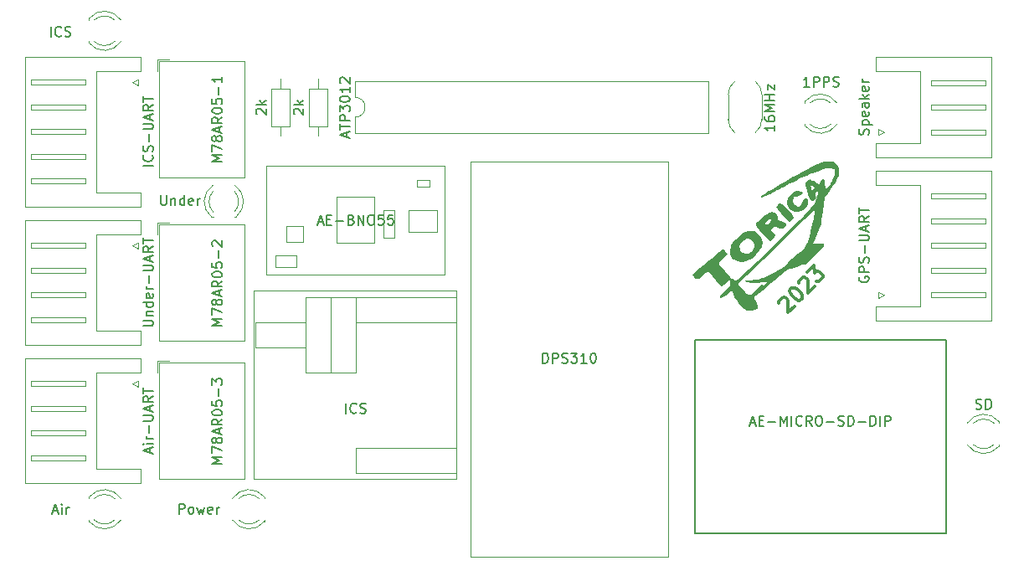
<source format=gbr>
%TF.GenerationSoftware,KiCad,Pcbnew,(6.0.7)*%
%TF.CreationDate,2023-03-01T01:07:27+09:00*%
%TF.ProjectId,PCB_Main,5043425f-4d61-4696-9e2e-6b696361645f,rev?*%
%TF.SameCoordinates,Original*%
%TF.FileFunction,Legend,Top*%
%TF.FilePolarity,Positive*%
%FSLAX46Y46*%
G04 Gerber Fmt 4.6, Leading zero omitted, Abs format (unit mm)*
G04 Created by KiCad (PCBNEW (6.0.7)) date 2023-03-01 01:07:27*
%MOMM*%
%LPD*%
G01*
G04 APERTURE LIST*
%ADD10C,0.300000*%
%ADD11C,0.150000*%
%ADD12C,0.120000*%
%ADD13C,0.200000*%
G04 APERTURE END LIST*
D10*
X177076902Y-76573452D02*
X177076902Y-76472436D01*
X177127410Y-76320913D01*
X177379948Y-76068375D01*
X177531471Y-76017868D01*
X177632486Y-76017868D01*
X177784009Y-76068375D01*
X177885024Y-76169391D01*
X177986040Y-76371421D01*
X177986040Y-77583604D01*
X178642639Y-76927005D01*
X178238578Y-75209746D02*
X178339593Y-75108730D01*
X178491116Y-75058223D01*
X178592131Y-75058223D01*
X178743654Y-75108730D01*
X178996192Y-75260253D01*
X179248730Y-75512791D01*
X179400253Y-75765330D01*
X179450761Y-75916852D01*
X179450761Y-76017868D01*
X179400253Y-76169391D01*
X179299238Y-76270406D01*
X179147715Y-76320913D01*
X179046700Y-76320913D01*
X178895177Y-76270406D01*
X178642639Y-76118883D01*
X178390101Y-75866345D01*
X178238578Y-75613807D01*
X178188070Y-75462284D01*
X178188070Y-75361269D01*
X178238578Y-75209746D01*
X179097208Y-74553147D02*
X179097208Y-74452131D01*
X179147715Y-74300608D01*
X179400253Y-74048070D01*
X179551776Y-73997563D01*
X179652791Y-73997563D01*
X179804314Y-74048070D01*
X179905330Y-74149086D01*
X180006345Y-74351116D01*
X180006345Y-75563299D01*
X180662944Y-74906700D01*
X179955837Y-73492486D02*
X180612436Y-72835887D01*
X180662944Y-73593502D01*
X180814467Y-73441979D01*
X180965990Y-73391471D01*
X181067005Y-73391471D01*
X181218528Y-73441979D01*
X181471066Y-73694517D01*
X181521574Y-73846040D01*
X181521574Y-73947055D01*
X181471066Y-74098578D01*
X181168020Y-74401624D01*
X181016497Y-74452131D01*
X180915482Y-74452131D01*
D11*
%TO.C,Under1*%
X114581428Y-65705893D02*
X114581428Y-66515417D01*
X114629047Y-66610655D01*
X114676666Y-66658274D01*
X114771904Y-66705893D01*
X114962380Y-66705893D01*
X115057619Y-66658274D01*
X115105238Y-66610655D01*
X115152857Y-66515417D01*
X115152857Y-65705893D01*
X115629047Y-66039227D02*
X115629047Y-66705893D01*
X115629047Y-66134465D02*
X115676666Y-66086846D01*
X115771904Y-66039227D01*
X115914761Y-66039227D01*
X116010000Y-66086846D01*
X116057619Y-66182084D01*
X116057619Y-66705893D01*
X116962380Y-66705893D02*
X116962380Y-65705893D01*
X116962380Y-66658274D02*
X116867142Y-66705893D01*
X116676666Y-66705893D01*
X116581428Y-66658274D01*
X116533809Y-66610655D01*
X116486190Y-66515417D01*
X116486190Y-66229703D01*
X116533809Y-66134465D01*
X116581428Y-66086846D01*
X116676666Y-66039227D01*
X116867142Y-66039227D01*
X116962380Y-66086846D01*
X117819523Y-66658274D02*
X117724285Y-66705893D01*
X117533809Y-66705893D01*
X117438571Y-66658274D01*
X117390952Y-66563036D01*
X117390952Y-66182084D01*
X117438571Y-66086846D01*
X117533809Y-66039227D01*
X117724285Y-66039227D01*
X117819523Y-66086846D01*
X117867142Y-66182084D01*
X117867142Y-66277322D01*
X117390952Y-66372560D01*
X118295714Y-66705893D02*
X118295714Y-66039227D01*
X118295714Y-66229703D02*
X118343333Y-66134465D01*
X118390952Y-66086846D01*
X118486190Y-66039227D01*
X118581428Y-66039227D01*
%TO.C,GPS-UART1*%
X185225000Y-73956666D02*
X185177380Y-74051904D01*
X185177380Y-74194761D01*
X185225000Y-74337619D01*
X185320238Y-74432857D01*
X185415476Y-74480476D01*
X185605952Y-74528095D01*
X185748809Y-74528095D01*
X185939285Y-74480476D01*
X186034523Y-74432857D01*
X186129761Y-74337619D01*
X186177380Y-74194761D01*
X186177380Y-74099523D01*
X186129761Y-73956666D01*
X186082142Y-73909047D01*
X185748809Y-73909047D01*
X185748809Y-74099523D01*
X186177380Y-73480476D02*
X185177380Y-73480476D01*
X185177380Y-73099523D01*
X185225000Y-73004285D01*
X185272619Y-72956666D01*
X185367857Y-72909047D01*
X185510714Y-72909047D01*
X185605952Y-72956666D01*
X185653571Y-73004285D01*
X185701190Y-73099523D01*
X185701190Y-73480476D01*
X186129761Y-72528095D02*
X186177380Y-72385238D01*
X186177380Y-72147142D01*
X186129761Y-72051904D01*
X186082142Y-72004285D01*
X185986904Y-71956666D01*
X185891666Y-71956666D01*
X185796428Y-72004285D01*
X185748809Y-72051904D01*
X185701190Y-72147142D01*
X185653571Y-72337619D01*
X185605952Y-72432857D01*
X185558333Y-72480476D01*
X185463095Y-72528095D01*
X185367857Y-72528095D01*
X185272619Y-72480476D01*
X185225000Y-72432857D01*
X185177380Y-72337619D01*
X185177380Y-72099523D01*
X185225000Y-71956666D01*
X185796428Y-71528095D02*
X185796428Y-70766190D01*
X185177380Y-70290000D02*
X185986904Y-70290000D01*
X186082142Y-70242380D01*
X186129761Y-70194761D01*
X186177380Y-70099523D01*
X186177380Y-69909047D01*
X186129761Y-69813809D01*
X186082142Y-69766190D01*
X185986904Y-69718571D01*
X185177380Y-69718571D01*
X185891666Y-69290000D02*
X185891666Y-68813809D01*
X186177380Y-69385238D02*
X185177380Y-69051904D01*
X186177380Y-68718571D01*
X186177380Y-67813809D02*
X185701190Y-68147142D01*
X186177380Y-68385238D02*
X185177380Y-68385238D01*
X185177380Y-68004285D01*
X185225000Y-67909047D01*
X185272619Y-67861428D01*
X185367857Y-67813809D01*
X185510714Y-67813809D01*
X185605952Y-67861428D01*
X185653571Y-67909047D01*
X185701190Y-68004285D01*
X185701190Y-68385238D01*
X185177380Y-67528095D02*
X185177380Y-66956666D01*
X186177380Y-67242380D02*
X185177380Y-67242380D01*
%TO.C,Power1*%
X116438809Y-97912380D02*
X116438809Y-96912380D01*
X116819761Y-96912380D01*
X116915000Y-96960000D01*
X116962619Y-97007619D01*
X117010238Y-97102857D01*
X117010238Y-97245714D01*
X116962619Y-97340952D01*
X116915000Y-97388571D01*
X116819761Y-97436190D01*
X116438809Y-97436190D01*
X117581666Y-97912380D02*
X117486428Y-97864761D01*
X117438809Y-97817142D01*
X117391190Y-97721904D01*
X117391190Y-97436190D01*
X117438809Y-97340952D01*
X117486428Y-97293333D01*
X117581666Y-97245714D01*
X117724523Y-97245714D01*
X117819761Y-97293333D01*
X117867380Y-97340952D01*
X117915000Y-97436190D01*
X117915000Y-97721904D01*
X117867380Y-97817142D01*
X117819761Y-97864761D01*
X117724523Y-97912380D01*
X117581666Y-97912380D01*
X118248333Y-97245714D02*
X118438809Y-97912380D01*
X118629285Y-97436190D01*
X118819761Y-97912380D01*
X119010238Y-97245714D01*
X119772142Y-97864761D02*
X119676904Y-97912380D01*
X119486428Y-97912380D01*
X119391190Y-97864761D01*
X119343571Y-97769523D01*
X119343571Y-97388571D01*
X119391190Y-97293333D01*
X119486428Y-97245714D01*
X119676904Y-97245714D01*
X119772142Y-97293333D01*
X119819761Y-97388571D01*
X119819761Y-97483809D01*
X119343571Y-97579047D01*
X120248333Y-97912380D02*
X120248333Y-97245714D01*
X120248333Y-97436190D02*
X120295952Y-97340952D01*
X120343571Y-97293333D01*
X120438809Y-97245714D01*
X120534047Y-97245714D01*
%TO.C,SD1*%
X197009285Y-87284761D02*
X197152142Y-87332380D01*
X197390238Y-87332380D01*
X197485476Y-87284761D01*
X197533095Y-87237142D01*
X197580714Y-87141904D01*
X197580714Y-87046666D01*
X197533095Y-86951428D01*
X197485476Y-86903809D01*
X197390238Y-86856190D01*
X197199761Y-86808571D01*
X197104523Y-86760952D01*
X197056904Y-86713333D01*
X197009285Y-86618095D01*
X197009285Y-86522857D01*
X197056904Y-86427619D01*
X197104523Y-86380000D01*
X197199761Y-86332380D01*
X197437857Y-86332380D01*
X197580714Y-86380000D01*
X198009285Y-87332380D02*
X198009285Y-86332380D01*
X198247380Y-86332380D01*
X198390238Y-86380000D01*
X198485476Y-86475238D01*
X198533095Y-86570476D01*
X198580714Y-86760952D01*
X198580714Y-86903809D01*
X198533095Y-87094285D01*
X198485476Y-87189523D01*
X198390238Y-87284761D01*
X198247380Y-87332380D01*
X198009285Y-87332380D01*
%TO.C,ATP3012*%
X133406666Y-59833809D02*
X133406666Y-59357619D01*
X133692380Y-59929047D02*
X132692380Y-59595714D01*
X133692380Y-59262380D01*
X132692380Y-59071904D02*
X132692380Y-58500476D01*
X133692380Y-58786190D02*
X132692380Y-58786190D01*
X133692380Y-58167142D02*
X132692380Y-58167142D01*
X132692380Y-57786190D01*
X132740000Y-57690952D01*
X132787619Y-57643333D01*
X132882857Y-57595714D01*
X133025714Y-57595714D01*
X133120952Y-57643333D01*
X133168571Y-57690952D01*
X133216190Y-57786190D01*
X133216190Y-58167142D01*
X132692380Y-57262380D02*
X132692380Y-56643333D01*
X133073333Y-56976666D01*
X133073333Y-56833809D01*
X133120952Y-56738571D01*
X133168571Y-56690952D01*
X133263809Y-56643333D01*
X133501904Y-56643333D01*
X133597142Y-56690952D01*
X133644761Y-56738571D01*
X133692380Y-56833809D01*
X133692380Y-57119523D01*
X133644761Y-57214761D01*
X133597142Y-57262380D01*
X132692380Y-56024285D02*
X132692380Y-55929047D01*
X132740000Y-55833809D01*
X132787619Y-55786190D01*
X132882857Y-55738571D01*
X133073333Y-55690952D01*
X133311428Y-55690952D01*
X133501904Y-55738571D01*
X133597142Y-55786190D01*
X133644761Y-55833809D01*
X133692380Y-55929047D01*
X133692380Y-56024285D01*
X133644761Y-56119523D01*
X133597142Y-56167142D01*
X133501904Y-56214761D01*
X133311428Y-56262380D01*
X133073333Y-56262380D01*
X132882857Y-56214761D01*
X132787619Y-56167142D01*
X132740000Y-56119523D01*
X132692380Y-56024285D01*
X133692380Y-54738571D02*
X133692380Y-55310000D01*
X133692380Y-55024285D02*
X132692380Y-55024285D01*
X132835238Y-55119523D01*
X132930476Y-55214761D01*
X132978095Y-55310000D01*
X132787619Y-54357619D02*
X132740000Y-54310000D01*
X132692380Y-54214761D01*
X132692380Y-53976666D01*
X132740000Y-53881428D01*
X132787619Y-53833809D01*
X132882857Y-53786190D01*
X132978095Y-53786190D01*
X133120952Y-53833809D01*
X133692380Y-54405238D01*
X133692380Y-53786190D01*
%TO.C,M78AR05-2*%
X120772380Y-78861904D02*
X119772380Y-78861904D01*
X120486666Y-78528571D01*
X119772380Y-78195238D01*
X120772380Y-78195238D01*
X119772380Y-77814285D02*
X119772380Y-77147619D01*
X120772380Y-77576190D01*
X120200952Y-76623809D02*
X120153333Y-76719047D01*
X120105714Y-76766666D01*
X120010476Y-76814285D01*
X119962857Y-76814285D01*
X119867619Y-76766666D01*
X119820000Y-76719047D01*
X119772380Y-76623809D01*
X119772380Y-76433333D01*
X119820000Y-76338095D01*
X119867619Y-76290476D01*
X119962857Y-76242857D01*
X120010476Y-76242857D01*
X120105714Y-76290476D01*
X120153333Y-76338095D01*
X120200952Y-76433333D01*
X120200952Y-76623809D01*
X120248571Y-76719047D01*
X120296190Y-76766666D01*
X120391428Y-76814285D01*
X120581904Y-76814285D01*
X120677142Y-76766666D01*
X120724761Y-76719047D01*
X120772380Y-76623809D01*
X120772380Y-76433333D01*
X120724761Y-76338095D01*
X120677142Y-76290476D01*
X120581904Y-76242857D01*
X120391428Y-76242857D01*
X120296190Y-76290476D01*
X120248571Y-76338095D01*
X120200952Y-76433333D01*
X120486666Y-75861904D02*
X120486666Y-75385714D01*
X120772380Y-75957142D02*
X119772380Y-75623809D01*
X120772380Y-75290476D01*
X120772380Y-74385714D02*
X120296190Y-74719047D01*
X120772380Y-74957142D02*
X119772380Y-74957142D01*
X119772380Y-74576190D01*
X119820000Y-74480952D01*
X119867619Y-74433333D01*
X119962857Y-74385714D01*
X120105714Y-74385714D01*
X120200952Y-74433333D01*
X120248571Y-74480952D01*
X120296190Y-74576190D01*
X120296190Y-74957142D01*
X119772380Y-73766666D02*
X119772380Y-73671428D01*
X119820000Y-73576190D01*
X119867619Y-73528571D01*
X119962857Y-73480952D01*
X120153333Y-73433333D01*
X120391428Y-73433333D01*
X120581904Y-73480952D01*
X120677142Y-73528571D01*
X120724761Y-73576190D01*
X120772380Y-73671428D01*
X120772380Y-73766666D01*
X120724761Y-73861904D01*
X120677142Y-73909523D01*
X120581904Y-73957142D01*
X120391428Y-74004761D01*
X120153333Y-74004761D01*
X119962857Y-73957142D01*
X119867619Y-73909523D01*
X119820000Y-73861904D01*
X119772380Y-73766666D01*
X119772380Y-72528571D02*
X119772380Y-73004761D01*
X120248571Y-73052380D01*
X120200952Y-73004761D01*
X120153333Y-72909523D01*
X120153333Y-72671428D01*
X120200952Y-72576190D01*
X120248571Y-72528571D01*
X120343809Y-72480952D01*
X120581904Y-72480952D01*
X120677142Y-72528571D01*
X120724761Y-72576190D01*
X120772380Y-72671428D01*
X120772380Y-72909523D01*
X120724761Y-73004761D01*
X120677142Y-73052380D01*
X120391428Y-72052380D02*
X120391428Y-71290476D01*
X119867619Y-70861904D02*
X119820000Y-70814285D01*
X119772380Y-70719047D01*
X119772380Y-70480952D01*
X119820000Y-70385714D01*
X119867619Y-70338095D01*
X119962857Y-70290476D01*
X120058095Y-70290476D01*
X120200952Y-70338095D01*
X120772380Y-70909523D01*
X120772380Y-70290476D01*
%TO.C,1PPS1*%
X180181010Y-54732380D02*
X179609582Y-54732380D01*
X179895296Y-54732380D02*
X179895296Y-53732380D01*
X179800058Y-53875238D01*
X179704820Y-53970476D01*
X179609582Y-54018095D01*
X180609582Y-54732380D02*
X180609582Y-53732380D01*
X180990534Y-53732380D01*
X181085772Y-53780000D01*
X181133391Y-53827619D01*
X181181010Y-53922857D01*
X181181010Y-54065714D01*
X181133391Y-54160952D01*
X181085772Y-54208571D01*
X180990534Y-54256190D01*
X180609582Y-54256190D01*
X181609582Y-54732380D02*
X181609582Y-53732380D01*
X181990534Y-53732380D01*
X182085772Y-53780000D01*
X182133391Y-53827619D01*
X182181010Y-53922857D01*
X182181010Y-54065714D01*
X182133391Y-54160952D01*
X182085772Y-54208571D01*
X181990534Y-54256190D01*
X181609582Y-54256190D01*
X182561963Y-54684761D02*
X182704820Y-54732380D01*
X182942915Y-54732380D01*
X183038153Y-54684761D01*
X183085772Y-54637142D01*
X183133391Y-54541904D01*
X183133391Y-54446666D01*
X183085772Y-54351428D01*
X183038153Y-54303809D01*
X182942915Y-54256190D01*
X182752439Y-54208571D01*
X182657201Y-54160952D01*
X182609582Y-54113333D01*
X182561963Y-54018095D01*
X182561963Y-53922857D01*
X182609582Y-53827619D01*
X182657201Y-53780000D01*
X182752439Y-53732380D01*
X182990534Y-53732380D01*
X183133391Y-53780000D01*
%TO.C,ICS-UART1*%
X113787380Y-62708571D02*
X112787380Y-62708571D01*
X113692142Y-61660952D02*
X113739761Y-61708571D01*
X113787380Y-61851428D01*
X113787380Y-61946666D01*
X113739761Y-62089523D01*
X113644523Y-62184761D01*
X113549285Y-62232380D01*
X113358809Y-62280000D01*
X113215952Y-62280000D01*
X113025476Y-62232380D01*
X112930238Y-62184761D01*
X112835000Y-62089523D01*
X112787380Y-61946666D01*
X112787380Y-61851428D01*
X112835000Y-61708571D01*
X112882619Y-61660952D01*
X113739761Y-61280000D02*
X113787380Y-61137142D01*
X113787380Y-60899047D01*
X113739761Y-60803809D01*
X113692142Y-60756190D01*
X113596904Y-60708571D01*
X113501666Y-60708571D01*
X113406428Y-60756190D01*
X113358809Y-60803809D01*
X113311190Y-60899047D01*
X113263571Y-61089523D01*
X113215952Y-61184761D01*
X113168333Y-61232380D01*
X113073095Y-61280000D01*
X112977857Y-61280000D01*
X112882619Y-61232380D01*
X112835000Y-61184761D01*
X112787380Y-61089523D01*
X112787380Y-60851428D01*
X112835000Y-60708571D01*
X113406428Y-60280000D02*
X113406428Y-59518095D01*
X112787380Y-59041904D02*
X113596904Y-59041904D01*
X113692142Y-58994285D01*
X113739761Y-58946666D01*
X113787380Y-58851428D01*
X113787380Y-58660952D01*
X113739761Y-58565714D01*
X113692142Y-58518095D01*
X113596904Y-58470476D01*
X112787380Y-58470476D01*
X113501666Y-58041904D02*
X113501666Y-57565714D01*
X113787380Y-58137142D02*
X112787380Y-57803809D01*
X113787380Y-57470476D01*
X113787380Y-56565714D02*
X113311190Y-56899047D01*
X113787380Y-57137142D02*
X112787380Y-57137142D01*
X112787380Y-56756190D01*
X112835000Y-56660952D01*
X112882619Y-56613333D01*
X112977857Y-56565714D01*
X113120714Y-56565714D01*
X113215952Y-56613333D01*
X113263571Y-56660952D01*
X113311190Y-56756190D01*
X113311190Y-57137142D01*
X112787380Y-56280000D02*
X112787380Y-55708571D01*
X113787380Y-55994285D02*
X112787380Y-55994285D01*
%TO.C,R2*%
X124312619Y-57510476D02*
X124265000Y-57462857D01*
X124217380Y-57367619D01*
X124217380Y-57129523D01*
X124265000Y-57034285D01*
X124312619Y-56986666D01*
X124407857Y-56939047D01*
X124503095Y-56939047D01*
X124645952Y-56986666D01*
X125217380Y-57558095D01*
X125217380Y-56939047D01*
X125217380Y-56510476D02*
X124217380Y-56510476D01*
X124836428Y-56415238D02*
X125217380Y-56129523D01*
X124550714Y-56129523D02*
X124931666Y-56510476D01*
%TO.C,Under-UART1*%
X112787380Y-78920952D02*
X113596904Y-78920952D01*
X113692142Y-78873333D01*
X113739761Y-78825714D01*
X113787380Y-78730476D01*
X113787380Y-78540000D01*
X113739761Y-78444761D01*
X113692142Y-78397142D01*
X113596904Y-78349523D01*
X112787380Y-78349523D01*
X113120714Y-77873333D02*
X113787380Y-77873333D01*
X113215952Y-77873333D02*
X113168333Y-77825714D01*
X113120714Y-77730476D01*
X113120714Y-77587619D01*
X113168333Y-77492380D01*
X113263571Y-77444761D01*
X113787380Y-77444761D01*
X113787380Y-76540000D02*
X112787380Y-76540000D01*
X113739761Y-76540000D02*
X113787380Y-76635238D01*
X113787380Y-76825714D01*
X113739761Y-76920952D01*
X113692142Y-76968571D01*
X113596904Y-77016190D01*
X113311190Y-77016190D01*
X113215952Y-76968571D01*
X113168333Y-76920952D01*
X113120714Y-76825714D01*
X113120714Y-76635238D01*
X113168333Y-76540000D01*
X113739761Y-75682857D02*
X113787380Y-75778095D01*
X113787380Y-75968571D01*
X113739761Y-76063809D01*
X113644523Y-76111428D01*
X113263571Y-76111428D01*
X113168333Y-76063809D01*
X113120714Y-75968571D01*
X113120714Y-75778095D01*
X113168333Y-75682857D01*
X113263571Y-75635238D01*
X113358809Y-75635238D01*
X113454047Y-76111428D01*
X113787380Y-75206666D02*
X113120714Y-75206666D01*
X113311190Y-75206666D02*
X113215952Y-75159047D01*
X113168333Y-75111428D01*
X113120714Y-75016190D01*
X113120714Y-74920952D01*
X113406428Y-74587619D02*
X113406428Y-73825714D01*
X112787380Y-73349523D02*
X113596904Y-73349523D01*
X113692142Y-73301904D01*
X113739761Y-73254285D01*
X113787380Y-73159047D01*
X113787380Y-72968571D01*
X113739761Y-72873333D01*
X113692142Y-72825714D01*
X113596904Y-72778095D01*
X112787380Y-72778095D01*
X113501666Y-72349523D02*
X113501666Y-71873333D01*
X113787380Y-72444761D02*
X112787380Y-72111428D01*
X113787380Y-71778095D01*
X113787380Y-70873333D02*
X113311190Y-71206666D01*
X113787380Y-71444761D02*
X112787380Y-71444761D01*
X112787380Y-71063809D01*
X112835000Y-70968571D01*
X112882619Y-70920952D01*
X112977857Y-70873333D01*
X113120714Y-70873333D01*
X113215952Y-70920952D01*
X113263571Y-70968571D01*
X113311190Y-71063809D01*
X113311190Y-71444761D01*
X112787380Y-70587619D02*
X112787380Y-70016190D01*
X113787380Y-70301904D02*
X112787380Y-70301904D01*
%TO.C,AE-MICRO-SD-DIP1*%
X174184761Y-88736666D02*
X174660952Y-88736666D01*
X174089523Y-89022380D02*
X174422857Y-88022380D01*
X174756190Y-89022380D01*
X175089523Y-88498571D02*
X175422857Y-88498571D01*
X175565714Y-89022380D02*
X175089523Y-89022380D01*
X175089523Y-88022380D01*
X175565714Y-88022380D01*
X175994285Y-88641428D02*
X176756190Y-88641428D01*
X177232380Y-89022380D02*
X177232380Y-88022380D01*
X177565714Y-88736666D01*
X177899047Y-88022380D01*
X177899047Y-89022380D01*
X178375238Y-89022380D02*
X178375238Y-88022380D01*
X179422857Y-88927142D02*
X179375238Y-88974761D01*
X179232380Y-89022380D01*
X179137142Y-89022380D01*
X178994285Y-88974761D01*
X178899047Y-88879523D01*
X178851428Y-88784285D01*
X178803809Y-88593809D01*
X178803809Y-88450952D01*
X178851428Y-88260476D01*
X178899047Y-88165238D01*
X178994285Y-88070000D01*
X179137142Y-88022380D01*
X179232380Y-88022380D01*
X179375238Y-88070000D01*
X179422857Y-88117619D01*
X180422857Y-89022380D02*
X180089523Y-88546190D01*
X179851428Y-89022380D02*
X179851428Y-88022380D01*
X180232380Y-88022380D01*
X180327619Y-88070000D01*
X180375238Y-88117619D01*
X180422857Y-88212857D01*
X180422857Y-88355714D01*
X180375238Y-88450952D01*
X180327619Y-88498571D01*
X180232380Y-88546190D01*
X179851428Y-88546190D01*
X181041904Y-88022380D02*
X181232380Y-88022380D01*
X181327619Y-88070000D01*
X181422857Y-88165238D01*
X181470476Y-88355714D01*
X181470476Y-88689047D01*
X181422857Y-88879523D01*
X181327619Y-88974761D01*
X181232380Y-89022380D01*
X181041904Y-89022380D01*
X180946666Y-88974761D01*
X180851428Y-88879523D01*
X180803809Y-88689047D01*
X180803809Y-88355714D01*
X180851428Y-88165238D01*
X180946666Y-88070000D01*
X181041904Y-88022380D01*
X181899047Y-88641428D02*
X182660952Y-88641428D01*
X183089523Y-88974761D02*
X183232380Y-89022380D01*
X183470476Y-89022380D01*
X183565714Y-88974761D01*
X183613333Y-88927142D01*
X183660952Y-88831904D01*
X183660952Y-88736666D01*
X183613333Y-88641428D01*
X183565714Y-88593809D01*
X183470476Y-88546190D01*
X183280000Y-88498571D01*
X183184761Y-88450952D01*
X183137142Y-88403333D01*
X183089523Y-88308095D01*
X183089523Y-88212857D01*
X183137142Y-88117619D01*
X183184761Y-88070000D01*
X183280000Y-88022380D01*
X183518095Y-88022380D01*
X183660952Y-88070000D01*
X184089523Y-89022380D02*
X184089523Y-88022380D01*
X184327619Y-88022380D01*
X184470476Y-88070000D01*
X184565714Y-88165238D01*
X184613333Y-88260476D01*
X184660952Y-88450952D01*
X184660952Y-88593809D01*
X184613333Y-88784285D01*
X184565714Y-88879523D01*
X184470476Y-88974761D01*
X184327619Y-89022380D01*
X184089523Y-89022380D01*
X185089523Y-88641428D02*
X185851428Y-88641428D01*
X186327619Y-89022380D02*
X186327619Y-88022380D01*
X186565714Y-88022380D01*
X186708571Y-88070000D01*
X186803809Y-88165238D01*
X186851428Y-88260476D01*
X186899047Y-88450952D01*
X186899047Y-88593809D01*
X186851428Y-88784285D01*
X186803809Y-88879523D01*
X186708571Y-88974761D01*
X186565714Y-89022380D01*
X186327619Y-89022380D01*
X187327619Y-89022380D02*
X187327619Y-88022380D01*
X187803809Y-89022380D02*
X187803809Y-88022380D01*
X188184761Y-88022380D01*
X188280000Y-88070000D01*
X188327619Y-88117619D01*
X188375238Y-88212857D01*
X188375238Y-88355714D01*
X188327619Y-88450952D01*
X188280000Y-88498571D01*
X188184761Y-88546190D01*
X187803809Y-88546190D01*
%TO.C,ICS-board1*%
X133313809Y-87752380D02*
X133313809Y-86752380D01*
X134361428Y-87657142D02*
X134313809Y-87704761D01*
X134170952Y-87752380D01*
X134075714Y-87752380D01*
X133932857Y-87704761D01*
X133837619Y-87609523D01*
X133790000Y-87514285D01*
X133742380Y-87323809D01*
X133742380Y-87180952D01*
X133790000Y-86990476D01*
X133837619Y-86895238D01*
X133932857Y-86800000D01*
X134075714Y-86752380D01*
X134170952Y-86752380D01*
X134313809Y-86800000D01*
X134361428Y-86847619D01*
X134742380Y-87704761D02*
X134885238Y-87752380D01*
X135123333Y-87752380D01*
X135218571Y-87704761D01*
X135266190Y-87657142D01*
X135313809Y-87561904D01*
X135313809Y-87466666D01*
X135266190Y-87371428D01*
X135218571Y-87323809D01*
X135123333Y-87276190D01*
X134932857Y-87228571D01*
X134837619Y-87180952D01*
X134790000Y-87133333D01*
X134742380Y-87038095D01*
X134742380Y-86942857D01*
X134790000Y-86847619D01*
X134837619Y-86800000D01*
X134932857Y-86752380D01*
X135170952Y-86752380D01*
X135313809Y-86800000D01*
%TO.C,Air-UART1*%
X113501666Y-91748095D02*
X113501666Y-91271904D01*
X113787380Y-91843333D02*
X112787380Y-91510000D01*
X113787380Y-91176666D01*
X113787380Y-90843333D02*
X113120714Y-90843333D01*
X112787380Y-90843333D02*
X112835000Y-90890952D01*
X112882619Y-90843333D01*
X112835000Y-90795714D01*
X112787380Y-90843333D01*
X112882619Y-90843333D01*
X113787380Y-90367142D02*
X113120714Y-90367142D01*
X113311190Y-90367142D02*
X113215952Y-90319523D01*
X113168333Y-90271904D01*
X113120714Y-90176666D01*
X113120714Y-90081428D01*
X113406428Y-89748095D02*
X113406428Y-88986190D01*
X112787380Y-88510000D02*
X113596904Y-88510000D01*
X113692142Y-88462380D01*
X113739761Y-88414761D01*
X113787380Y-88319523D01*
X113787380Y-88129047D01*
X113739761Y-88033809D01*
X113692142Y-87986190D01*
X113596904Y-87938571D01*
X112787380Y-87938571D01*
X113501666Y-87510000D02*
X113501666Y-87033809D01*
X113787380Y-87605238D02*
X112787380Y-87271904D01*
X113787380Y-86938571D01*
X113787380Y-86033809D02*
X113311190Y-86367142D01*
X113787380Y-86605238D02*
X112787380Y-86605238D01*
X112787380Y-86224285D01*
X112835000Y-86129047D01*
X112882619Y-86081428D01*
X112977857Y-86033809D01*
X113120714Y-86033809D01*
X113215952Y-86081428D01*
X113263571Y-86129047D01*
X113311190Y-86224285D01*
X113311190Y-86605238D01*
X112787380Y-85748095D02*
X112787380Y-85176666D01*
X113787380Y-85462380D02*
X112787380Y-85462380D01*
%TO.C,R1*%
X128107619Y-57510476D02*
X128060000Y-57462857D01*
X128012380Y-57367619D01*
X128012380Y-57129523D01*
X128060000Y-57034285D01*
X128107619Y-56986666D01*
X128202857Y-56939047D01*
X128298095Y-56939047D01*
X128440952Y-56986666D01*
X129012380Y-57558095D01*
X129012380Y-56939047D01*
X129012380Y-56510476D02*
X128012380Y-56510476D01*
X128631428Y-56415238D02*
X129012380Y-56129523D01*
X128345714Y-56129523D02*
X128726666Y-56510476D01*
%TO.C,Y1*%
X176652380Y-58629523D02*
X176652380Y-59200952D01*
X176652380Y-58915238D02*
X175652380Y-58915238D01*
X175795238Y-59010476D01*
X175890476Y-59105714D01*
X175938095Y-59200952D01*
X175652380Y-57772380D02*
X175652380Y-57962857D01*
X175700000Y-58058095D01*
X175747619Y-58105714D01*
X175890476Y-58200952D01*
X176080952Y-58248571D01*
X176461904Y-58248571D01*
X176557142Y-58200952D01*
X176604761Y-58153333D01*
X176652380Y-58058095D01*
X176652380Y-57867619D01*
X176604761Y-57772380D01*
X176557142Y-57724761D01*
X176461904Y-57677142D01*
X176223809Y-57677142D01*
X176128571Y-57724761D01*
X176080952Y-57772380D01*
X176033333Y-57867619D01*
X176033333Y-58058095D01*
X176080952Y-58153333D01*
X176128571Y-58200952D01*
X176223809Y-58248571D01*
X176652380Y-57248571D02*
X175652380Y-57248571D01*
X176366666Y-56915238D01*
X175652380Y-56581904D01*
X176652380Y-56581904D01*
X176652380Y-56105714D02*
X175652380Y-56105714D01*
X176128571Y-56105714D02*
X176128571Y-55534285D01*
X176652380Y-55534285D02*
X175652380Y-55534285D01*
X175985714Y-55058095D02*
X175985714Y-54534285D01*
X176652380Y-55058095D01*
X176652380Y-54534285D01*
%TO.C,Speaker1*%
X186129761Y-59581904D02*
X186177380Y-59439047D01*
X186177380Y-59200952D01*
X186129761Y-59105714D01*
X186082142Y-59058095D01*
X185986904Y-59010476D01*
X185891666Y-59010476D01*
X185796428Y-59058095D01*
X185748809Y-59105714D01*
X185701190Y-59200952D01*
X185653571Y-59391428D01*
X185605952Y-59486666D01*
X185558333Y-59534285D01*
X185463095Y-59581904D01*
X185367857Y-59581904D01*
X185272619Y-59534285D01*
X185225000Y-59486666D01*
X185177380Y-59391428D01*
X185177380Y-59153333D01*
X185225000Y-59010476D01*
X185510714Y-58581904D02*
X186510714Y-58581904D01*
X185558333Y-58581904D02*
X185510714Y-58486666D01*
X185510714Y-58296190D01*
X185558333Y-58200952D01*
X185605952Y-58153333D01*
X185701190Y-58105714D01*
X185986904Y-58105714D01*
X186082142Y-58153333D01*
X186129761Y-58200952D01*
X186177380Y-58296190D01*
X186177380Y-58486666D01*
X186129761Y-58581904D01*
X186129761Y-57296190D02*
X186177380Y-57391428D01*
X186177380Y-57581904D01*
X186129761Y-57677142D01*
X186034523Y-57724761D01*
X185653571Y-57724761D01*
X185558333Y-57677142D01*
X185510714Y-57581904D01*
X185510714Y-57391428D01*
X185558333Y-57296190D01*
X185653571Y-57248571D01*
X185748809Y-57248571D01*
X185844047Y-57724761D01*
X186177380Y-56391428D02*
X185653571Y-56391428D01*
X185558333Y-56439047D01*
X185510714Y-56534285D01*
X185510714Y-56724761D01*
X185558333Y-56820000D01*
X186129761Y-56391428D02*
X186177380Y-56486666D01*
X186177380Y-56724761D01*
X186129761Y-56820000D01*
X186034523Y-56867619D01*
X185939285Y-56867619D01*
X185844047Y-56820000D01*
X185796428Y-56724761D01*
X185796428Y-56486666D01*
X185748809Y-56391428D01*
X186177380Y-55915238D02*
X185177380Y-55915238D01*
X185796428Y-55820000D02*
X186177380Y-55534285D01*
X185510714Y-55534285D02*
X185891666Y-55915238D01*
X186129761Y-54724761D02*
X186177380Y-54820000D01*
X186177380Y-55010476D01*
X186129761Y-55105714D01*
X186034523Y-55153333D01*
X185653571Y-55153333D01*
X185558333Y-55105714D01*
X185510714Y-55010476D01*
X185510714Y-54820000D01*
X185558333Y-54724761D01*
X185653571Y-54677142D01*
X185748809Y-54677142D01*
X185844047Y-55153333D01*
X186177380Y-54248571D02*
X185510714Y-54248571D01*
X185701190Y-54248571D02*
X185605952Y-54200952D01*
X185558333Y-54153333D01*
X185510714Y-54058095D01*
X185510714Y-53962857D01*
%TO.C,M78AR05-3*%
X120772380Y-92831904D02*
X119772380Y-92831904D01*
X120486666Y-92498571D01*
X119772380Y-92165238D01*
X120772380Y-92165238D01*
X119772380Y-91784285D02*
X119772380Y-91117619D01*
X120772380Y-91546190D01*
X120200952Y-90593809D02*
X120153333Y-90689047D01*
X120105714Y-90736666D01*
X120010476Y-90784285D01*
X119962857Y-90784285D01*
X119867619Y-90736666D01*
X119820000Y-90689047D01*
X119772380Y-90593809D01*
X119772380Y-90403333D01*
X119820000Y-90308095D01*
X119867619Y-90260476D01*
X119962857Y-90212857D01*
X120010476Y-90212857D01*
X120105714Y-90260476D01*
X120153333Y-90308095D01*
X120200952Y-90403333D01*
X120200952Y-90593809D01*
X120248571Y-90689047D01*
X120296190Y-90736666D01*
X120391428Y-90784285D01*
X120581904Y-90784285D01*
X120677142Y-90736666D01*
X120724761Y-90689047D01*
X120772380Y-90593809D01*
X120772380Y-90403333D01*
X120724761Y-90308095D01*
X120677142Y-90260476D01*
X120581904Y-90212857D01*
X120391428Y-90212857D01*
X120296190Y-90260476D01*
X120248571Y-90308095D01*
X120200952Y-90403333D01*
X120486666Y-89831904D02*
X120486666Y-89355714D01*
X120772380Y-89927142D02*
X119772380Y-89593809D01*
X120772380Y-89260476D01*
X120772380Y-88355714D02*
X120296190Y-88689047D01*
X120772380Y-88927142D02*
X119772380Y-88927142D01*
X119772380Y-88546190D01*
X119820000Y-88450952D01*
X119867619Y-88403333D01*
X119962857Y-88355714D01*
X120105714Y-88355714D01*
X120200952Y-88403333D01*
X120248571Y-88450952D01*
X120296190Y-88546190D01*
X120296190Y-88927142D01*
X119772380Y-87736666D02*
X119772380Y-87641428D01*
X119820000Y-87546190D01*
X119867619Y-87498571D01*
X119962857Y-87450952D01*
X120153333Y-87403333D01*
X120391428Y-87403333D01*
X120581904Y-87450952D01*
X120677142Y-87498571D01*
X120724761Y-87546190D01*
X120772380Y-87641428D01*
X120772380Y-87736666D01*
X120724761Y-87831904D01*
X120677142Y-87879523D01*
X120581904Y-87927142D01*
X120391428Y-87974761D01*
X120153333Y-87974761D01*
X119962857Y-87927142D01*
X119867619Y-87879523D01*
X119820000Y-87831904D01*
X119772380Y-87736666D01*
X119772380Y-86498571D02*
X119772380Y-86974761D01*
X120248571Y-87022380D01*
X120200952Y-86974761D01*
X120153333Y-86879523D01*
X120153333Y-86641428D01*
X120200952Y-86546190D01*
X120248571Y-86498571D01*
X120343809Y-86450952D01*
X120581904Y-86450952D01*
X120677142Y-86498571D01*
X120724761Y-86546190D01*
X120772380Y-86641428D01*
X120772380Y-86879523D01*
X120724761Y-86974761D01*
X120677142Y-87022380D01*
X120391428Y-86022380D02*
X120391428Y-85260476D01*
X119772380Y-84879523D02*
X119772380Y-84260476D01*
X120153333Y-84593809D01*
X120153333Y-84450952D01*
X120200952Y-84355714D01*
X120248571Y-84308095D01*
X120343809Y-84260476D01*
X120581904Y-84260476D01*
X120677142Y-84308095D01*
X120724761Y-84355714D01*
X120772380Y-84450952D01*
X120772380Y-84736666D01*
X120724761Y-84831904D01*
X120677142Y-84879523D01*
%TO.C,DPS310*%
X153213333Y-82672380D02*
X153213333Y-81672380D01*
X153451428Y-81672380D01*
X153594285Y-81720000D01*
X153689523Y-81815238D01*
X153737142Y-81910476D01*
X153784761Y-82100952D01*
X153784761Y-82243809D01*
X153737142Y-82434285D01*
X153689523Y-82529523D01*
X153594285Y-82624761D01*
X153451428Y-82672380D01*
X153213333Y-82672380D01*
X154213333Y-82672380D02*
X154213333Y-81672380D01*
X154594285Y-81672380D01*
X154689523Y-81720000D01*
X154737142Y-81767619D01*
X154784761Y-81862857D01*
X154784761Y-82005714D01*
X154737142Y-82100952D01*
X154689523Y-82148571D01*
X154594285Y-82196190D01*
X154213333Y-82196190D01*
X155165714Y-82624761D02*
X155308571Y-82672380D01*
X155546666Y-82672380D01*
X155641904Y-82624761D01*
X155689523Y-82577142D01*
X155737142Y-82481904D01*
X155737142Y-82386666D01*
X155689523Y-82291428D01*
X155641904Y-82243809D01*
X155546666Y-82196190D01*
X155356190Y-82148571D01*
X155260952Y-82100952D01*
X155213333Y-82053333D01*
X155165714Y-81958095D01*
X155165714Y-81862857D01*
X155213333Y-81767619D01*
X155260952Y-81720000D01*
X155356190Y-81672380D01*
X155594285Y-81672380D01*
X155737142Y-81720000D01*
X156070476Y-81672380D02*
X156689523Y-81672380D01*
X156356190Y-82053333D01*
X156499047Y-82053333D01*
X156594285Y-82100952D01*
X156641904Y-82148571D01*
X156689523Y-82243809D01*
X156689523Y-82481904D01*
X156641904Y-82577142D01*
X156594285Y-82624761D01*
X156499047Y-82672380D01*
X156213333Y-82672380D01*
X156118095Y-82624761D01*
X156070476Y-82577142D01*
X157641904Y-82672380D02*
X157070476Y-82672380D01*
X157356190Y-82672380D02*
X157356190Y-81672380D01*
X157260952Y-81815238D01*
X157165714Y-81910476D01*
X157070476Y-81958095D01*
X158260952Y-81672380D02*
X158356190Y-81672380D01*
X158451428Y-81720000D01*
X158499047Y-81767619D01*
X158546666Y-81862857D01*
X158594285Y-82053333D01*
X158594285Y-82291428D01*
X158546666Y-82481904D01*
X158499047Y-82577142D01*
X158451428Y-82624761D01*
X158356190Y-82672380D01*
X158260952Y-82672380D01*
X158165714Y-82624761D01*
X158118095Y-82577142D01*
X158070476Y-82481904D01*
X158022857Y-82291428D01*
X158022857Y-82053333D01*
X158070476Y-81862857D01*
X158118095Y-81767619D01*
X158165714Y-81720000D01*
X158260952Y-81672380D01*
%TO.C,M78AR05-1*%
X120772380Y-62301404D02*
X119772380Y-62301404D01*
X120486666Y-61968071D01*
X119772380Y-61634738D01*
X120772380Y-61634738D01*
X119772380Y-61253785D02*
X119772380Y-60587119D01*
X120772380Y-61015690D01*
X120200952Y-60063309D02*
X120153333Y-60158547D01*
X120105714Y-60206166D01*
X120010476Y-60253785D01*
X119962857Y-60253785D01*
X119867619Y-60206166D01*
X119820000Y-60158547D01*
X119772380Y-60063309D01*
X119772380Y-59872833D01*
X119820000Y-59777595D01*
X119867619Y-59729976D01*
X119962857Y-59682357D01*
X120010476Y-59682357D01*
X120105714Y-59729976D01*
X120153333Y-59777595D01*
X120200952Y-59872833D01*
X120200952Y-60063309D01*
X120248571Y-60158547D01*
X120296190Y-60206166D01*
X120391428Y-60253785D01*
X120581904Y-60253785D01*
X120677142Y-60206166D01*
X120724761Y-60158547D01*
X120772380Y-60063309D01*
X120772380Y-59872833D01*
X120724761Y-59777595D01*
X120677142Y-59729976D01*
X120581904Y-59682357D01*
X120391428Y-59682357D01*
X120296190Y-59729976D01*
X120248571Y-59777595D01*
X120200952Y-59872833D01*
X120486666Y-59301404D02*
X120486666Y-58825214D01*
X120772380Y-59396642D02*
X119772380Y-59063309D01*
X120772380Y-58729976D01*
X120772380Y-57825214D02*
X120296190Y-58158547D01*
X120772380Y-58396642D02*
X119772380Y-58396642D01*
X119772380Y-58015690D01*
X119820000Y-57920452D01*
X119867619Y-57872833D01*
X119962857Y-57825214D01*
X120105714Y-57825214D01*
X120200952Y-57872833D01*
X120248571Y-57920452D01*
X120296190Y-58015690D01*
X120296190Y-58396642D01*
X119772380Y-57206166D02*
X119772380Y-57110928D01*
X119820000Y-57015690D01*
X119867619Y-56968071D01*
X119962857Y-56920452D01*
X120153333Y-56872833D01*
X120391428Y-56872833D01*
X120581904Y-56920452D01*
X120677142Y-56968071D01*
X120724761Y-57015690D01*
X120772380Y-57110928D01*
X120772380Y-57206166D01*
X120724761Y-57301404D01*
X120677142Y-57349023D01*
X120581904Y-57396642D01*
X120391428Y-57444261D01*
X120153333Y-57444261D01*
X119962857Y-57396642D01*
X119867619Y-57349023D01*
X119820000Y-57301404D01*
X119772380Y-57206166D01*
X119772380Y-55968071D02*
X119772380Y-56444261D01*
X120248571Y-56491880D01*
X120200952Y-56444261D01*
X120153333Y-56349023D01*
X120153333Y-56110928D01*
X120200952Y-56015690D01*
X120248571Y-55968071D01*
X120343809Y-55920452D01*
X120581904Y-55920452D01*
X120677142Y-55968071D01*
X120724761Y-56015690D01*
X120772380Y-56110928D01*
X120772380Y-56349023D01*
X120724761Y-56444261D01*
X120677142Y-56491880D01*
X120391428Y-55491880D02*
X120391428Y-54729976D01*
X120772380Y-53729976D02*
X120772380Y-54301404D01*
X120772380Y-54015690D02*
X119772380Y-54015690D01*
X119915238Y-54110928D01*
X120010476Y-54206166D01*
X120058095Y-54301404D01*
%TO.C,AE-BNO55*%
X130480476Y-68416666D02*
X130956666Y-68416666D01*
X130385238Y-68702380D02*
X130718571Y-67702380D01*
X131051904Y-68702380D01*
X131385238Y-68178571D02*
X131718571Y-68178571D01*
X131861428Y-68702380D02*
X131385238Y-68702380D01*
X131385238Y-67702380D01*
X131861428Y-67702380D01*
X132290000Y-68321428D02*
X133051904Y-68321428D01*
X133861428Y-68178571D02*
X134004285Y-68226190D01*
X134051904Y-68273809D01*
X134099523Y-68369047D01*
X134099523Y-68511904D01*
X134051904Y-68607142D01*
X134004285Y-68654761D01*
X133909047Y-68702380D01*
X133528095Y-68702380D01*
X133528095Y-67702380D01*
X133861428Y-67702380D01*
X133956666Y-67750000D01*
X134004285Y-67797619D01*
X134051904Y-67892857D01*
X134051904Y-67988095D01*
X134004285Y-68083333D01*
X133956666Y-68130952D01*
X133861428Y-68178571D01*
X133528095Y-68178571D01*
X134528095Y-68702380D02*
X134528095Y-67702380D01*
X135099523Y-68702380D01*
X135099523Y-67702380D01*
X135766190Y-67702380D02*
X135956666Y-67702380D01*
X136051904Y-67750000D01*
X136147142Y-67845238D01*
X136194761Y-68035714D01*
X136194761Y-68369047D01*
X136147142Y-68559523D01*
X136051904Y-68654761D01*
X135956666Y-68702380D01*
X135766190Y-68702380D01*
X135670952Y-68654761D01*
X135575714Y-68559523D01*
X135528095Y-68369047D01*
X135528095Y-68035714D01*
X135575714Y-67845238D01*
X135670952Y-67750000D01*
X135766190Y-67702380D01*
X137099523Y-67702380D02*
X136623333Y-67702380D01*
X136575714Y-68178571D01*
X136623333Y-68130952D01*
X136718571Y-68083333D01*
X136956666Y-68083333D01*
X137051904Y-68130952D01*
X137099523Y-68178571D01*
X137147142Y-68273809D01*
X137147142Y-68511904D01*
X137099523Y-68607142D01*
X137051904Y-68654761D01*
X136956666Y-68702380D01*
X136718571Y-68702380D01*
X136623333Y-68654761D01*
X136575714Y-68607142D01*
X138051904Y-67702380D02*
X137575714Y-67702380D01*
X137528095Y-68178571D01*
X137575714Y-68130952D01*
X137670952Y-68083333D01*
X137909047Y-68083333D01*
X138004285Y-68130952D01*
X138051904Y-68178571D01*
X138099523Y-68273809D01*
X138099523Y-68511904D01*
X138051904Y-68607142D01*
X138004285Y-68654761D01*
X137909047Y-68702380D01*
X137670952Y-68702380D01*
X137575714Y-68654761D01*
X137528095Y-68607142D01*
%TO.C,Air1*%
X103659285Y-97626666D02*
X104135476Y-97626666D01*
X103564047Y-97912380D02*
X103897380Y-96912380D01*
X104230714Y-97912380D01*
X104564047Y-97912380D02*
X104564047Y-97245714D01*
X104564047Y-96912380D02*
X104516428Y-96960000D01*
X104564047Y-97007619D01*
X104611666Y-96960000D01*
X104564047Y-96912380D01*
X104564047Y-97007619D01*
X105040238Y-97912380D02*
X105040238Y-97245714D01*
X105040238Y-97436190D02*
X105087857Y-97340952D01*
X105135476Y-97293333D01*
X105230714Y-97245714D01*
X105325952Y-97245714D01*
%TO.C,ICS1*%
X103468809Y-49652380D02*
X103468809Y-48652380D01*
X104516428Y-49557142D02*
X104468809Y-49604761D01*
X104325952Y-49652380D01*
X104230714Y-49652380D01*
X104087857Y-49604761D01*
X103992619Y-49509523D01*
X103945000Y-49414285D01*
X103897380Y-49223809D01*
X103897380Y-49080952D01*
X103945000Y-48890476D01*
X103992619Y-48795238D01*
X104087857Y-48700000D01*
X104230714Y-48652380D01*
X104325952Y-48652380D01*
X104468809Y-48700000D01*
X104516428Y-48747619D01*
X104897380Y-49604761D02*
X105040238Y-49652380D01*
X105278333Y-49652380D01*
X105373571Y-49604761D01*
X105421190Y-49557142D01*
X105468809Y-49461904D01*
X105468809Y-49366666D01*
X105421190Y-49271428D01*
X105373571Y-49223809D01*
X105278333Y-49176190D01*
X105087857Y-49128571D01*
X104992619Y-49080952D01*
X104945000Y-49033333D01*
X104897380Y-48938095D01*
X104897380Y-48842857D01*
X104945000Y-48747619D01*
X104992619Y-48700000D01*
X105087857Y-48652380D01*
X105325952Y-48652380D01*
X105468809Y-48700000D01*
D12*
%TO.C,Under1*%
X122035000Y-67910000D02*
X122191000Y-67910000D01*
X119719000Y-67910000D02*
X119875000Y-67910000D01*
X119876392Y-64677665D02*
G75*
G03*
X119719484Y-67910000I1078608J-1672335D01*
G01*
X119875163Y-65308870D02*
G75*
G03*
X119875000Y-67390961I1079837J-1041130D01*
G01*
X122035000Y-67390961D02*
G75*
G03*
X122034837Y-65308870I-1080000J1040961D01*
G01*
X122190516Y-67910000D02*
G75*
G03*
X122033608Y-64677665I-1235516J1560000D01*
G01*
%TO.C,GPS-UART1*%
X191350000Y-76930000D02*
X191350000Y-70790000D01*
X197960000Y-66040000D02*
X197960000Y-65540000D01*
X186850000Y-63230000D02*
X186850000Y-64650000D01*
X186850000Y-78350000D02*
X186850000Y-76930000D01*
X197960000Y-76040000D02*
X197960000Y-75540000D01*
X186850000Y-64650000D02*
X191350000Y-64650000D01*
X197960000Y-71040000D02*
X197960000Y-70540000D01*
X192460000Y-68040000D02*
X192460000Y-68540000D01*
X187160000Y-75490000D02*
X187760000Y-75790000D01*
X187160000Y-76090000D02*
X187160000Y-75490000D01*
X192460000Y-71040000D02*
X197960000Y-71040000D01*
X197960000Y-73540000D02*
X197960000Y-73040000D01*
X197960000Y-68040000D02*
X192460000Y-68040000D01*
X197960000Y-75540000D02*
X192460000Y-75540000D01*
X191350000Y-64650000D02*
X191350000Y-70790000D01*
X192460000Y-66040000D02*
X197960000Y-66040000D01*
X192460000Y-75540000D02*
X192460000Y-76040000D01*
X192460000Y-73540000D02*
X197960000Y-73540000D01*
X197960000Y-73040000D02*
X192460000Y-73040000D01*
X198570000Y-78350000D02*
X186850000Y-78350000D01*
X197960000Y-65540000D02*
X192460000Y-65540000D01*
X198570000Y-70790000D02*
X198570000Y-63230000D01*
X198570000Y-70790000D02*
X198570000Y-78350000D01*
X197960000Y-68540000D02*
X197960000Y-68040000D01*
X198570000Y-63230000D02*
X186850000Y-63230000D01*
X192460000Y-73040000D02*
X192460000Y-73540000D01*
X192460000Y-76040000D02*
X197960000Y-76040000D01*
X192460000Y-70540000D02*
X192460000Y-71040000D01*
X186850000Y-76930000D02*
X191350000Y-76930000D01*
X192460000Y-65540000D02*
X192460000Y-66040000D01*
X192460000Y-68540000D02*
X197960000Y-68540000D01*
X187760000Y-75790000D02*
X187160000Y-76090000D01*
X197960000Y-70540000D02*
X192460000Y-70540000D01*
%TO.C,Power1*%
X125060000Y-98696000D02*
X125060000Y-98540000D01*
X125060000Y-96380000D02*
X125060000Y-96224000D01*
X124540961Y-96380000D02*
G75*
G03*
X122458870Y-96380163I-1040961J-1080000D01*
G01*
X121827665Y-98538608D02*
G75*
G03*
X125060000Y-98695516I1672335J1078608D01*
G01*
X125060000Y-96224484D02*
G75*
G03*
X121827665Y-96381392I-1560000J-1235516D01*
G01*
X122458870Y-98539837D02*
G75*
G03*
X124540961Y-98540000I1041130J1079837D01*
G01*
%TO.C,SD1*%
X199355000Y-88760000D02*
X199355000Y-88604000D01*
X199355000Y-91076000D02*
X199355000Y-90920000D01*
X199355000Y-88604484D02*
G75*
G03*
X196122665Y-88761392I-1560000J-1235516D01*
G01*
X198835961Y-88760000D02*
G75*
G03*
X196753870Y-88760163I-1040961J-1080000D01*
G01*
X196753870Y-90919837D02*
G75*
G03*
X198835961Y-90920000I1041130J1079837D01*
G01*
X196122665Y-90918608D02*
G75*
G03*
X199355000Y-91075516I1672335J1078608D01*
G01*
%TO.C,ATP3012*%
X169920000Y-59460000D02*
X169920000Y-54160000D01*
X134240000Y-54160000D02*
X134240000Y-55810000D01*
X169920000Y-54160000D02*
X134240000Y-54160000D01*
X134240000Y-59460000D02*
X169920000Y-59460000D01*
X134240000Y-57810000D02*
X134240000Y-59460000D01*
X134240000Y-57810000D02*
G75*
G03*
X134240000Y-55810000I0J1000000D01*
G01*
%TO.C,G\u002A\u002A\u002A*%
G36*
X179273135Y-65312584D02*
G01*
X179421838Y-65376314D01*
X179479978Y-65458815D01*
X179421621Y-65580935D01*
X179275178Y-65703969D01*
X179083592Y-65798951D01*
X178921211Y-65835719D01*
X178745762Y-65857481D01*
X178635869Y-65886926D01*
X178625609Y-65893748D01*
X178562848Y-66014108D01*
X178517047Y-66196505D01*
X178505674Y-66368589D01*
X178507283Y-66383840D01*
X178585416Y-66566702D01*
X178741274Y-66728452D01*
X178927912Y-66828319D01*
X179034411Y-66841634D01*
X179225662Y-66778938D01*
X179384166Y-66647279D01*
X179468297Y-66486271D01*
X179472059Y-66425105D01*
X179512724Y-66285127D01*
X179627496Y-66130012D01*
X179773344Y-66010493D01*
X179851006Y-65978358D01*
X179944228Y-66015626D01*
X180011688Y-66147364D01*
X180044147Y-66334674D01*
X180032366Y-66538654D01*
X180006927Y-66634945D01*
X179834258Y-66937606D01*
X179561163Y-67194038D01*
X179347771Y-67318500D01*
X179005229Y-67409966D01*
X178663811Y-67373400D01*
X178341091Y-67214154D01*
X178054640Y-66937575D01*
X178041627Y-66920818D01*
X177902734Y-66640555D01*
X177878673Y-66337373D01*
X177957808Y-66033826D01*
X178128508Y-65752468D01*
X178379139Y-65515853D01*
X178698068Y-65346535D01*
X178880788Y-65293889D01*
X179078053Y-65281054D01*
X179273135Y-65312584D01*
G37*
G36*
X174828049Y-68865707D02*
G01*
X174762493Y-68760204D01*
X174739944Y-68684694D01*
X174747278Y-68624890D01*
X174775292Y-68583993D01*
X175706885Y-68583993D01*
X175819611Y-68672051D01*
X175861129Y-68687034D01*
X175994500Y-68667673D01*
X176138914Y-68561450D01*
X176259267Y-68407725D01*
X176320453Y-68245857D01*
X176318026Y-68174752D01*
X176248468Y-68069144D01*
X176119311Y-68081703D01*
X175933596Y-68211695D01*
X175853759Y-68286821D01*
X175718311Y-68457927D01*
X175706885Y-68583993D01*
X174775292Y-68583993D01*
X174816410Y-68523965D01*
X174967426Y-68365139D01*
X175174381Y-68170717D01*
X175411323Y-67963006D01*
X175652307Y-67764311D01*
X175871384Y-67596939D01*
X176042608Y-67483196D01*
X176115445Y-67448738D01*
X176350246Y-67422727D01*
X176598510Y-67461958D01*
X176796275Y-67554527D01*
X176826929Y-67581141D01*
X176909870Y-67728470D01*
X176952768Y-67928997D01*
X176954019Y-67956441D01*
X176959452Y-68210084D01*
X177334026Y-68341867D01*
X177621302Y-68448184D01*
X177792324Y-68533860D01*
X177859270Y-68617835D01*
X177834320Y-68719046D01*
X177729651Y-68856430D01*
X177692232Y-68898896D01*
X177543674Y-69053534D01*
X177443898Y-69118305D01*
X177361896Y-69111479D01*
X177345260Y-69103325D01*
X177215503Y-69045727D01*
X177019334Y-68970971D01*
X176932814Y-68940594D01*
X176740709Y-68884956D01*
X176615991Y-68891289D01*
X176502374Y-68968961D01*
X176448280Y-69021253D01*
X176264825Y-69204709D01*
X176492895Y-69432778D01*
X176628460Y-69590826D01*
X176710153Y-69729447D01*
X176720965Y-69774883D01*
X176675661Y-69889507D01*
X176563636Y-70037926D01*
X176420723Y-70183475D01*
X176282752Y-70289492D01*
X176188203Y-70320038D01*
X176116509Y-70265781D01*
X175972965Y-70128947D01*
X175775165Y-69927264D01*
X175540700Y-69678464D01*
X175405787Y-69531582D01*
X175137391Y-69234455D01*
X175099691Y-69191187D01*
X174948914Y-69018143D01*
X174828049Y-68865707D01*
G37*
G36*
X177311014Y-66521613D02*
G01*
X177442602Y-66599412D01*
X177620280Y-66758545D01*
X177866368Y-67007048D01*
X177883905Y-67025089D01*
X178110797Y-67266447D01*
X178311022Y-67493812D01*
X178459958Y-67678384D01*
X178525470Y-67775569D01*
X178584575Y-67910106D01*
X178572687Y-68011414D01*
X178476988Y-68132045D01*
X178425858Y-68184025D01*
X178280675Y-68306853D01*
X178162029Y-68369331D01*
X178132948Y-68371149D01*
X178060298Y-68316339D01*
X177921116Y-68182449D01*
X177736425Y-67992358D01*
X177527243Y-67768945D01*
X177314593Y-67535087D01*
X177119496Y-67313664D01*
X176962973Y-67127556D01*
X176866045Y-66999639D01*
X176852613Y-66977668D01*
X176843869Y-66864923D01*
X176942400Y-66723622D01*
X176969594Y-66695840D01*
X177096830Y-66577863D01*
X177203196Y-66517110D01*
X177311014Y-66521613D01*
G37*
G36*
X172458940Y-75702437D02*
G01*
X172393027Y-75480370D01*
X172393004Y-75480178D01*
X172339069Y-75375296D01*
X172225239Y-75380206D01*
X172067089Y-75493502D01*
X172048993Y-75511181D01*
X171898366Y-75644947D01*
X171689401Y-75810403D01*
X171530687Y-75926610D01*
X171338298Y-76055952D01*
X171222696Y-76111376D01*
X171154630Y-76101528D01*
X171113287Y-76049992D01*
X171088721Y-75991708D01*
X171098219Y-75929189D01*
X171156474Y-75842853D01*
X171278177Y-75713122D01*
X171478021Y-75520414D01*
X171589591Y-75415235D01*
X171827839Y-75189287D01*
X171985408Y-75029969D01*
X172080135Y-74912495D01*
X172129854Y-74812081D01*
X172152400Y-74703943D01*
X172154762Y-74680230D01*
X172967709Y-74680230D01*
X173013068Y-74758144D01*
X173133483Y-74902374D01*
X173304897Y-75088483D01*
X173503250Y-75292025D01*
X173704485Y-75488560D01*
X173884542Y-75653646D01*
X174019365Y-75762841D01*
X174055824Y-75785700D01*
X174112954Y-75805714D01*
X174176816Y-75794813D01*
X174265507Y-75739529D01*
X174397120Y-75626391D01*
X174589752Y-75441933D01*
X174808464Y-75225491D01*
X175064396Y-74973340D01*
X175240265Y-74807761D01*
X175349142Y-74718439D01*
X175404097Y-74695058D01*
X175418201Y-74727302D01*
X175416510Y-74745628D01*
X175424666Y-74859618D01*
X175458554Y-74890620D01*
X175550319Y-74844746D01*
X175674501Y-74735367D01*
X175790813Y-74604846D01*
X175858967Y-74495550D01*
X175863297Y-74465007D01*
X175795638Y-74445570D01*
X175633232Y-74458611D01*
X175410997Y-74501284D01*
X175407180Y-74502184D01*
X175025821Y-74566752D01*
X174634094Y-74589065D01*
X174263479Y-74571462D01*
X173945458Y-74516276D01*
X173711515Y-74425845D01*
X173638698Y-74370973D01*
X173661701Y-74338951D01*
X173785614Y-74324494D01*
X173855275Y-74325169D01*
X174207334Y-74318059D01*
X174587244Y-74278944D01*
X174922328Y-74215917D01*
X174983427Y-74199469D01*
X175199970Y-74141621D01*
X175380934Y-74099394D01*
X175577836Y-74034929D01*
X175859794Y-73912090D01*
X176199329Y-73745969D01*
X176568962Y-73551660D01*
X176941217Y-73344253D01*
X177288613Y-73138841D01*
X177583674Y-72950515D01*
X177798921Y-72794369D01*
X177867358Y-72733750D01*
X177967948Y-72600476D01*
X178003858Y-72496927D01*
X178045732Y-72417978D01*
X178176155Y-72282293D01*
X178402326Y-72083108D01*
X178730647Y-71814301D01*
X178997734Y-71603101D01*
X179228234Y-71426078D01*
X179401680Y-71298561D01*
X179497603Y-71235871D01*
X179508303Y-71231998D01*
X179542701Y-71230912D01*
X179573537Y-71210071D01*
X179620773Y-71143098D01*
X179704376Y-71003615D01*
X179784226Y-70867456D01*
X179898695Y-70648974D01*
X180009901Y-70397648D01*
X180106142Y-70145950D01*
X180175719Y-69926353D01*
X180206929Y-69771331D01*
X180198609Y-69717442D01*
X180199028Y-69644460D01*
X180210681Y-69630194D01*
X180244937Y-69545716D01*
X180294354Y-69362030D01*
X180350436Y-69112216D01*
X180374836Y-68990893D01*
X180427983Y-68726912D01*
X180473486Y-68518584D01*
X180504385Y-68397021D01*
X180511746Y-68378837D01*
X180540201Y-68300175D01*
X180581336Y-68128086D01*
X180628503Y-67898716D01*
X180675057Y-67648209D01*
X180714350Y-67412711D01*
X180739736Y-67228367D01*
X180744568Y-67131324D01*
X180742249Y-67125315D01*
X180689791Y-67165255D01*
X180550328Y-67292253D01*
X180331978Y-67498437D01*
X180042859Y-67775927D01*
X179691091Y-68116849D01*
X179284792Y-68513326D01*
X178832080Y-68957486D01*
X178341073Y-69441451D01*
X177819890Y-69957345D01*
X177689752Y-70086491D01*
X177133101Y-70637776D01*
X176581636Y-71181286D01*
X176046639Y-71706063D01*
X175539397Y-72201155D01*
X175071193Y-72655605D01*
X174653313Y-73058462D01*
X174297042Y-73398768D01*
X174013666Y-73665568D01*
X173820182Y-73842818D01*
X173539174Y-74097883D01*
X173297164Y-74325780D01*
X173110688Y-74510265D01*
X172996283Y-74635094D01*
X172967709Y-74680230D01*
X172154762Y-74680230D01*
X172160589Y-74621729D01*
X172164492Y-74435970D01*
X172144979Y-74310636D01*
X172134123Y-74291836D01*
X172061097Y-74308415D01*
X171919006Y-74414767D01*
X171762090Y-74561250D01*
X171582975Y-74728105D01*
X171428292Y-74852149D01*
X171335633Y-74904792D01*
X171281100Y-74899018D01*
X171205385Y-74850465D01*
X171094229Y-74745041D01*
X170933378Y-74568654D01*
X170708574Y-74307214D01*
X170595312Y-74173003D01*
X170367039Y-73906419D01*
X170166388Y-73681110D01*
X170010182Y-73515282D01*
X169915250Y-73427146D01*
X169897389Y-73417668D01*
X169821465Y-73459744D01*
X169674543Y-73571664D01*
X169484236Y-73731969D01*
X169420946Y-73787956D01*
X169165592Y-74009290D01*
X168980838Y-74142753D01*
X168841786Y-74195028D01*
X168723536Y-74172801D01*
X168601185Y-74082754D01*
X168540543Y-74024276D01*
X168396680Y-73849738D01*
X168364364Y-73728344D01*
X168367674Y-73719103D01*
X168429575Y-73650980D01*
X168579970Y-73511608D01*
X168803219Y-73314695D01*
X169083684Y-73073944D01*
X169405722Y-72803063D01*
X169545229Y-72687229D01*
X169903390Y-72390807D01*
X170249517Y-72104062D01*
X170562086Y-71844844D01*
X170819577Y-71631006D01*
X171000465Y-71480398D01*
X171031635Y-71454350D01*
X171252683Y-71282771D01*
X171412549Y-71206662D01*
X171543716Y-71225110D01*
X171678663Y-71337208D01*
X171762492Y-71433878D01*
X171939584Y-71648308D01*
X171438570Y-72082394D01*
X171238079Y-72253071D01*
X171098695Y-72381344D01*
X171024041Y-72488971D01*
X171017739Y-72597713D01*
X171083413Y-72729330D01*
X171224683Y-72905583D01*
X171445175Y-73148231D01*
X171653757Y-73374887D01*
X171873136Y-73623794D01*
X172049509Y-73841134D01*
X172165338Y-74004252D01*
X172203221Y-74084560D01*
X172228906Y-74164986D01*
X172291539Y-74128285D01*
X172377114Y-74102344D01*
X172498538Y-74182378D01*
X172532777Y-74215344D01*
X172655507Y-74318470D01*
X172755363Y-74322611D01*
X172874291Y-74248012D01*
X173047421Y-74107641D01*
X173301621Y-73884653D01*
X173627203Y-73588544D01*
X174014476Y-73228807D01*
X174453753Y-72814935D01*
X174935344Y-72356424D01*
X175449560Y-71862766D01*
X175986714Y-71343457D01*
X176537116Y-70807989D01*
X177091077Y-70265858D01*
X177638908Y-69726556D01*
X178170922Y-69199578D01*
X178677430Y-68694418D01*
X179148742Y-68220570D01*
X179575168Y-67787528D01*
X179947023Y-67404785D01*
X180254616Y-67081837D01*
X180488258Y-66828176D01*
X180638262Y-66653297D01*
X180675088Y-66604021D01*
X180817594Y-66359284D01*
X180908294Y-66131152D01*
X180936973Y-65952045D01*
X180907870Y-65865304D01*
X180900972Y-65818275D01*
X180918446Y-65815335D01*
X180971283Y-65758289D01*
X181009786Y-65625082D01*
X181025945Y-65472613D01*
X181011750Y-65357778D01*
X180986647Y-65330882D01*
X180865852Y-65357937D01*
X180790954Y-65481788D01*
X180777463Y-65668316D01*
X180793495Y-65755817D01*
X180818511Y-65960339D01*
X180759640Y-66088804D01*
X180741769Y-66104760D01*
X180603716Y-66218708D01*
X180535322Y-66276747D01*
X180432701Y-66307675D01*
X180327862Y-66218710D01*
X180216100Y-66004437D01*
X180151288Y-65834933D01*
X180057512Y-65572969D01*
X180022081Y-65475825D01*
X179961524Y-65309788D01*
X179925139Y-65211791D01*
X179820024Y-64895683D01*
X179799845Y-64778358D01*
X180286654Y-64778358D01*
X180325686Y-64918811D01*
X180329332Y-64929744D01*
X180401306Y-65096599D01*
X180479271Y-65140086D01*
X180588729Y-65069801D01*
X180620328Y-65039263D01*
X180683644Y-64920530D01*
X180645248Y-64842449D01*
X180510366Y-64762161D01*
X180407474Y-64732929D01*
X180309416Y-64727733D01*
X180286654Y-64778358D01*
X179799845Y-64778358D01*
X179780715Y-64667132D01*
X179805914Y-64497257D01*
X179887160Y-64365389D01*
X180082195Y-64181822D01*
X180244112Y-64121527D01*
X180351477Y-64168560D01*
X180460198Y-64236276D01*
X180510690Y-64241014D01*
X180606670Y-64266088D01*
X180754958Y-64349092D01*
X180790009Y-64373121D01*
X180995908Y-64506492D01*
X181128715Y-64548280D01*
X181215042Y-64497017D01*
X181281500Y-64351231D01*
X181283303Y-64345865D01*
X181383860Y-64143956D01*
X181496772Y-64063786D01*
X181605663Y-64095813D01*
X181694164Y-64230490D01*
X181745903Y-64458273D01*
X181752759Y-64619551D01*
X181764935Y-64898445D01*
X181808856Y-65050446D01*
X181883407Y-65074121D01*
X181987472Y-64968039D01*
X182004472Y-64942537D01*
X182129637Y-64757253D01*
X182273131Y-64556330D01*
X182286801Y-64537863D01*
X182446061Y-64279860D01*
X182596785Y-63962214D01*
X182713809Y-63643616D01*
X182768061Y-63415393D01*
X182759812Y-63230885D01*
X182696268Y-63092334D01*
X182694568Y-63090602D01*
X182573763Y-63035762D01*
X182369376Y-62999454D01*
X182127888Y-62983442D01*
X181895781Y-62989487D01*
X181719537Y-63019352D01*
X181658001Y-63051298D01*
X181569025Y-63089132D01*
X181538944Y-63075327D01*
X181456829Y-63066818D01*
X181438829Y-63080413D01*
X181353461Y-63128109D01*
X181177720Y-63204611D01*
X180948021Y-63294168D01*
X180924721Y-63302781D01*
X180676129Y-63394262D01*
X180461971Y-63473136D01*
X180327280Y-63522815D01*
X180324463Y-63523857D01*
X180160805Y-63592300D01*
X179903800Y-63709160D01*
X179579804Y-63861766D01*
X179215177Y-64037444D01*
X178836273Y-64223524D01*
X178469454Y-64407334D01*
X178206666Y-64542022D01*
X177920671Y-64688086D01*
X177668780Y-64812365D01*
X177480485Y-64900579D01*
X177391223Y-64936913D01*
X177232571Y-65017410D01*
X177171050Y-65067490D01*
X177064673Y-65138265D01*
X177014439Y-65145313D01*
X176927263Y-65170399D01*
X176766655Y-65250827D01*
X176611665Y-65342080D01*
X176415959Y-65458659D01*
X176259728Y-65541543D01*
X176192130Y-65568420D01*
X176080263Y-65612090D01*
X175935110Y-65691517D01*
X175722866Y-65805140D01*
X175525275Y-65882841D01*
X175365447Y-65920815D01*
X175266494Y-65915252D01*
X175251525Y-65862346D01*
X175302806Y-65795688D01*
X175406999Y-65716026D01*
X175614250Y-65578409D01*
X175910749Y-65391229D01*
X176282681Y-65162882D01*
X176716235Y-64901762D01*
X177197599Y-64616259D01*
X177712960Y-64314772D01*
X178243424Y-64008607D01*
X178495849Y-63863628D01*
X178738794Y-63723617D01*
X178906603Y-63626463D01*
X179368998Y-63364198D01*
X179830362Y-63114592D01*
X180264897Y-62890791D01*
X180646803Y-62705938D01*
X180950279Y-62573179D01*
X181043118Y-62537896D01*
X181223098Y-62467583D01*
X181345054Y-62408292D01*
X181365371Y-62393638D01*
X181451331Y-62361283D01*
X181630791Y-62321909D01*
X181849253Y-62286381D01*
X182274669Y-62265749D01*
X182610925Y-62340397D01*
X182869629Y-62516688D01*
X183062393Y-62800986D01*
X183140602Y-62994135D01*
X183191688Y-63219903D01*
X183187887Y-63459088D01*
X183123124Y-63726535D01*
X182991326Y-64037090D01*
X182786417Y-64405596D01*
X182502325Y-64846899D01*
X182210436Y-65267286D01*
X182053284Y-65484575D01*
X181914972Y-65668897D01*
X181823109Y-65783541D01*
X181817351Y-65789967D01*
X181751624Y-65919056D01*
X181699936Y-66119928D01*
X181687157Y-66209884D01*
X181658235Y-66474483D01*
X181624294Y-66772186D01*
X181611447Y-66881419D01*
X181583964Y-67116190D01*
X181561267Y-67317026D01*
X181553357Y-67390898D01*
X181522086Y-67531275D01*
X181490886Y-67589756D01*
X181473987Y-67664373D01*
X181481184Y-67673998D01*
X181492056Y-67758245D01*
X181467260Y-67911068D01*
X181465182Y-67919325D01*
X181421731Y-68139963D01*
X181393766Y-68367589D01*
X181342809Y-68656016D01*
X181235193Y-69022320D01*
X181085026Y-69430125D01*
X180906411Y-69843054D01*
X180713454Y-70224732D01*
X180596379Y-70424058D01*
X180529916Y-70557587D01*
X180555692Y-70621475D01*
X180687104Y-70626000D01*
X180829730Y-70603079D01*
X181084561Y-70570440D01*
X181349297Y-70558513D01*
X181369469Y-70558806D01*
X181548384Y-70572345D01*
X181631847Y-70615796D01*
X181658145Y-70705885D01*
X181651694Y-70769201D01*
X181612491Y-70848372D01*
X181527595Y-70958379D01*
X181384067Y-71114202D01*
X181168966Y-71330823D01*
X180869353Y-71623223D01*
X180847689Y-71644199D01*
X180570067Y-71917128D01*
X180323787Y-72167184D01*
X180126605Y-72375711D01*
X179996279Y-72524051D01*
X179953593Y-72583552D01*
X179860626Y-72688081D01*
X179697969Y-72718080D01*
X179659713Y-72717303D01*
X179465772Y-72742611D01*
X179229885Y-72816413D01*
X179122729Y-72863501D01*
X178654485Y-73057420D01*
X178245365Y-73150410D01*
X178177816Y-73156091D01*
X178071438Y-73168313D01*
X177971409Y-73201153D01*
X177856547Y-73269257D01*
X177705671Y-73387269D01*
X177497601Y-73569834D01*
X177242366Y-73802878D01*
X177009537Y-74008426D01*
X176797786Y-74179976D01*
X176635175Y-74295603D01*
X176565637Y-74331523D01*
X176454241Y-74398798D01*
X176270926Y-74547684D01*
X176035269Y-74761359D01*
X175803990Y-74985794D01*
X175441672Y-75332858D01*
X175154551Y-75575555D01*
X174938085Y-75717699D01*
X174924521Y-75724437D01*
X174686624Y-75867855D01*
X174578152Y-76014561D01*
X174594700Y-76180075D01*
X174731858Y-76379916D01*
X174736772Y-76385461D01*
X174898347Y-76630058D01*
X174960579Y-76872852D01*
X174918944Y-77084180D01*
X174856474Y-77170071D01*
X174629900Y-77315985D01*
X174335400Y-77396382D01*
X174029439Y-77396605D01*
X174001726Y-77391905D01*
X173855415Y-77355596D01*
X173726593Y-77294193D01*
X173584176Y-77186287D01*
X173397082Y-77010470D01*
X173284421Y-76897828D01*
X173033578Y-76616209D01*
X172799117Y-76302005D01*
X172681038Y-76114237D01*
X172600938Y-75986865D01*
X172458940Y-75702437D01*
G37*
G36*
X172339617Y-72008592D02*
G01*
X172240863Y-71849180D01*
X172179014Y-71633776D01*
X172174769Y-71613477D01*
X172154109Y-71285756D01*
X172207724Y-70941489D01*
X172210843Y-70930572D01*
X173095032Y-70930572D01*
X173129091Y-71139815D01*
X173136677Y-71162614D01*
X173285640Y-71413324D01*
X173501140Y-71569141D01*
X173755013Y-71630530D01*
X174019093Y-71597953D01*
X174265217Y-71471875D01*
X174465220Y-71252759D01*
X174525741Y-71139742D01*
X174572470Y-70962529D01*
X174590251Y-70744215D01*
X174589762Y-70719362D01*
X174562387Y-70527317D01*
X174474197Y-70378041D01*
X174355474Y-70261950D01*
X174188920Y-70136537D01*
X174040135Y-70095677D01*
X173859889Y-70116089D01*
X173577801Y-70230401D01*
X173322123Y-70436445D01*
X173140786Y-70693297D01*
X173116214Y-70750991D01*
X173095032Y-70930572D01*
X172210843Y-70930572D01*
X172213640Y-70920785D01*
X172263457Y-70763453D01*
X172318805Y-70637726D01*
X172399351Y-70518063D01*
X172524763Y-70378917D01*
X172714706Y-70194744D01*
X172919020Y-70004593D01*
X173178743Y-69767231D01*
X173368921Y-69604966D01*
X173516811Y-69499676D01*
X173649675Y-69433238D01*
X173794770Y-69387530D01*
X173877330Y-69367502D01*
X174259548Y-69310138D01*
X174570712Y-69340677D01*
X174846164Y-69464920D01*
X174957689Y-69544847D01*
X175239976Y-69839324D01*
X175397714Y-70172891D01*
X175431691Y-70536132D01*
X175342694Y-70919631D01*
X175131505Y-71313973D01*
X174798911Y-71709741D01*
X174775127Y-71733314D01*
X174551944Y-71935066D01*
X174315612Y-72121970D01*
X174140510Y-72239196D01*
X173740964Y-72405742D01*
X173332858Y-72461010D01*
X172943234Y-72406056D01*
X172599139Y-72241934D01*
X172519055Y-72179909D01*
X172513712Y-72175771D01*
X172339617Y-72008592D01*
G37*
%TO.C,M78AR05-2*%
X123070000Y-80410000D02*
X114450000Y-80410000D01*
X115450000Y-68449000D02*
X114210000Y-68449000D01*
X123070000Y-68689000D02*
X114450000Y-68689000D01*
X114450000Y-68689000D02*
X114450000Y-80410000D01*
X123070000Y-68689000D02*
X123070000Y-80410000D01*
X114210000Y-68449000D02*
X114210000Y-69689000D01*
%TO.C,1PPS1*%
X179715000Y-58535000D02*
X179715000Y-58691000D01*
X179715000Y-56219000D02*
X179715000Y-56375000D01*
X179715000Y-58690516D02*
G75*
G03*
X182947335Y-58533608I1560000J1235516D01*
G01*
X180234039Y-58535000D02*
G75*
G03*
X182316130Y-58534837I1040961J1080000D01*
G01*
X182947335Y-56376392D02*
G75*
G03*
X179715000Y-56219484I-1672335J-1078608D01*
G01*
X182316130Y-56375163D02*
G75*
G03*
X180234039Y-56375000I-1041130J-1079837D01*
G01*
%TO.C,ICS-UART1*%
X106960000Y-56530000D02*
X101460000Y-56530000D01*
X101460000Y-64530000D02*
X106960000Y-64530000D01*
X101460000Y-57030000D02*
X106960000Y-57030000D01*
X100850000Y-51720000D02*
X112570000Y-51720000D01*
X112570000Y-53140000D02*
X108070000Y-53140000D01*
X100850000Y-59280000D02*
X100850000Y-51720000D01*
X108070000Y-53140000D02*
X108070000Y-59280000D01*
X106960000Y-59030000D02*
X101460000Y-59030000D01*
X106960000Y-62030000D02*
X106960000Y-61530000D01*
X106960000Y-54030000D02*
X101460000Y-54030000D01*
X101460000Y-64030000D02*
X101460000Y-64530000D01*
X106960000Y-54530000D02*
X106960000Y-54030000D01*
X111660000Y-54280000D02*
X112260000Y-53980000D01*
X106960000Y-61530000D02*
X101460000Y-61530000D01*
X112260000Y-53980000D02*
X112260000Y-54580000D01*
X106960000Y-64530000D02*
X106960000Y-64030000D01*
X101460000Y-61530000D02*
X101460000Y-62030000D01*
X112570000Y-51720000D02*
X112570000Y-53140000D01*
X100850000Y-66840000D02*
X112570000Y-66840000D01*
X106960000Y-57030000D02*
X106960000Y-56530000D01*
X112570000Y-65420000D02*
X108070000Y-65420000D01*
X101460000Y-62030000D02*
X106960000Y-62030000D01*
X106960000Y-64030000D02*
X101460000Y-64030000D01*
X108070000Y-65420000D02*
X108070000Y-59280000D01*
X101460000Y-59030000D02*
X101460000Y-59530000D01*
X112570000Y-66840000D02*
X112570000Y-65420000D01*
X100850000Y-59280000D02*
X100850000Y-66840000D01*
X101460000Y-59530000D02*
X106960000Y-59530000D01*
X101460000Y-56530000D02*
X101460000Y-57030000D01*
X106960000Y-59530000D02*
X106960000Y-59030000D01*
X112260000Y-54580000D02*
X111660000Y-54280000D01*
X101460000Y-54030000D02*
X101460000Y-54530000D01*
X101460000Y-54530000D02*
X106960000Y-54530000D01*
%TO.C,R2*%
X125750000Y-54900000D02*
X125750000Y-58740000D01*
X126670000Y-53950000D02*
X126670000Y-54900000D01*
X126670000Y-59690000D02*
X126670000Y-58740000D01*
X125750000Y-58740000D02*
X127590000Y-58740000D01*
X127590000Y-54900000D02*
X125750000Y-54900000D01*
X127590000Y-58740000D02*
X127590000Y-54900000D01*
%TO.C,Under-UART1*%
X106960000Y-71040000D02*
X106960000Y-70540000D01*
X106960000Y-75540000D02*
X101460000Y-75540000D01*
X101460000Y-73040000D02*
X101460000Y-73540000D01*
X100850000Y-74540000D02*
X100850000Y-68230000D01*
X101460000Y-73540000D02*
X106960000Y-73540000D01*
X108070000Y-79430000D02*
X108070000Y-74540000D01*
X106960000Y-73540000D02*
X106960000Y-73040000D01*
X112260000Y-70490000D02*
X112260000Y-71090000D01*
X106960000Y-78040000D02*
X101460000Y-78040000D01*
X101460000Y-76040000D02*
X106960000Y-76040000D01*
X101460000Y-78040000D02*
X101460000Y-78540000D01*
X101460000Y-75540000D02*
X101460000Y-76040000D01*
X112570000Y-79430000D02*
X108070000Y-79430000D01*
X108070000Y-69650000D02*
X108070000Y-74540000D01*
X112570000Y-69650000D02*
X108070000Y-69650000D01*
X101460000Y-78540000D02*
X106960000Y-78540000D01*
X106960000Y-73040000D02*
X101460000Y-73040000D01*
X100850000Y-68230000D02*
X112570000Y-68230000D01*
X106960000Y-78540000D02*
X106960000Y-78040000D01*
X101460000Y-71040000D02*
X106960000Y-71040000D01*
X101460000Y-70540000D02*
X101460000Y-71040000D01*
X100850000Y-80850000D02*
X112570000Y-80850000D01*
X112570000Y-80850000D02*
X112570000Y-79430000D01*
X111660000Y-70790000D02*
X112260000Y-70490000D01*
X106960000Y-76040000D02*
X106960000Y-75540000D01*
X100850000Y-74540000D02*
X100850000Y-80850000D01*
X112260000Y-71090000D02*
X111660000Y-70790000D01*
X112570000Y-68230000D02*
X112570000Y-69650000D01*
X106960000Y-70540000D02*
X101460000Y-70540000D01*
D13*
%TO.C,AE-MICRO-SD-DIP1*%
X193980000Y-99875000D02*
X168580000Y-99875000D01*
X168580000Y-99875000D02*
X168580000Y-80315000D01*
X168580000Y-80315000D02*
X193980000Y-80315000D01*
X193980000Y-80315000D02*
X193980000Y-99875000D01*
D12*
%TO.C,ICS-board1*%
X131790000Y-75990000D02*
X134330000Y-75990000D01*
X134330000Y-75990000D02*
X134330000Y-83610000D01*
X134330000Y-83610000D02*
X131790000Y-83610000D01*
X131790000Y-83610000D02*
X131790000Y-75990000D01*
X144490000Y-75380000D02*
X123990000Y-75380000D01*
X123990000Y-75380000D02*
X123990000Y-94380000D01*
X123990000Y-94380000D02*
X144490000Y-94380000D01*
X144490000Y-94380000D02*
X144490000Y-75380000D01*
X144490000Y-75990000D02*
X134330000Y-75990000D01*
X134330000Y-75990000D02*
X134330000Y-78530000D01*
X134330000Y-78530000D02*
X144490000Y-78530000D01*
X144490000Y-78530000D02*
X144490000Y-75990000D01*
X124170000Y-81070000D02*
X129250000Y-81070000D01*
X129250000Y-81070000D02*
X129250000Y-78530000D01*
X129250000Y-78530000D02*
X124170000Y-78530000D01*
X124170000Y-78530000D02*
X124170000Y-81070000D01*
X129250000Y-75990000D02*
X131790000Y-75990000D01*
X131790000Y-75990000D02*
X131790000Y-83610000D01*
X131790000Y-83610000D02*
X129250000Y-83610000D01*
X129250000Y-83610000D02*
X129250000Y-75990000D01*
X144490000Y-91230000D02*
X134330000Y-91230000D01*
X134330000Y-91230000D02*
X134330000Y-93770000D01*
X134330000Y-93770000D02*
X144490000Y-93770000D01*
X144490000Y-93770000D02*
X144490000Y-91230000D01*
%TO.C,Air-UART1*%
X106960000Y-85010000D02*
X106960000Y-84510000D01*
X112260000Y-84460000D02*
X112260000Y-85060000D01*
X106960000Y-90010000D02*
X106960000Y-89510000D01*
X101460000Y-89510000D02*
X101460000Y-90010000D01*
X100850000Y-94820000D02*
X112570000Y-94820000D01*
X106960000Y-92510000D02*
X106960000Y-92010000D01*
X106960000Y-92010000D02*
X101460000Y-92010000D01*
X106960000Y-87510000D02*
X106960000Y-87010000D01*
X101460000Y-84510000D02*
X101460000Y-85010000D01*
X101460000Y-92510000D02*
X106960000Y-92510000D01*
X106960000Y-89510000D02*
X101460000Y-89510000D01*
X100850000Y-88510000D02*
X100850000Y-82200000D01*
X112570000Y-82200000D02*
X112570000Y-83620000D01*
X108070000Y-83620000D02*
X108070000Y-88510000D01*
X112570000Y-83620000D02*
X108070000Y-83620000D01*
X111660000Y-84760000D02*
X112260000Y-84460000D01*
X101460000Y-85010000D02*
X106960000Y-85010000D01*
X106960000Y-84510000D02*
X101460000Y-84510000D01*
X112570000Y-93400000D02*
X108070000Y-93400000D01*
X101460000Y-87010000D02*
X101460000Y-87510000D01*
X100850000Y-88510000D02*
X100850000Y-94820000D01*
X101460000Y-90010000D02*
X106960000Y-90010000D01*
X108070000Y-93400000D02*
X108070000Y-88510000D01*
X100850000Y-82200000D02*
X112570000Y-82200000D01*
X106960000Y-87010000D02*
X101460000Y-87010000D01*
X112260000Y-85060000D02*
X111660000Y-84760000D01*
X101460000Y-92010000D02*
X101460000Y-92510000D01*
X101460000Y-87510000D02*
X106960000Y-87510000D01*
X112570000Y-94820000D02*
X112570000Y-93400000D01*
%TO.C,R1*%
X131400000Y-58740000D02*
X131400000Y-54900000D01*
X129560000Y-58740000D02*
X131400000Y-58740000D01*
X130480000Y-53950000D02*
X130480000Y-54900000D01*
X131400000Y-54900000D02*
X129560000Y-54900000D01*
X129560000Y-54900000D02*
X129560000Y-58740000D01*
X130480000Y-59690000D02*
X130480000Y-58740000D01*
%TO.C,Y1*%
X175360000Y-55530000D02*
X175360000Y-58030000D01*
X171960000Y-55530000D02*
X171960000Y-58030000D01*
X171960000Y-58030000D02*
G75*
G03*
X172611039Y-59367790I1700000J0D01*
G01*
X175360000Y-55530000D02*
G75*
G03*
X174708961Y-54192210I-1700000J0D01*
G01*
X172611039Y-54192210D02*
G75*
G03*
X171960000Y-55530000I1048961J-1337790D01*
G01*
X174708961Y-59367790D02*
G75*
G03*
X175360000Y-58030000I-1048961J1337790D01*
G01*
%TO.C,Speaker1*%
X198570000Y-61880000D02*
X186850000Y-61880000D01*
X192460000Y-56570000D02*
X192460000Y-57070000D01*
X197960000Y-54070000D02*
X192460000Y-54070000D01*
X197960000Y-59570000D02*
X197960000Y-59070000D01*
X197960000Y-54570000D02*
X197960000Y-54070000D01*
X186850000Y-60460000D02*
X191350000Y-60460000D01*
X186850000Y-53180000D02*
X191350000Y-53180000D01*
X198570000Y-56820000D02*
X198570000Y-51760000D01*
X198570000Y-51760000D02*
X186850000Y-51760000D01*
X192460000Y-59570000D02*
X197960000Y-59570000D01*
X197960000Y-59070000D02*
X192460000Y-59070000D01*
X187160000Y-59620000D02*
X187160000Y-59020000D01*
X192460000Y-57070000D02*
X197960000Y-57070000D01*
X192460000Y-54570000D02*
X197960000Y-54570000D01*
X198570000Y-56820000D02*
X198570000Y-61880000D01*
X197960000Y-57070000D02*
X197960000Y-56570000D01*
X187760000Y-59320000D02*
X187160000Y-59620000D01*
X186850000Y-51760000D02*
X186850000Y-53180000D01*
X187160000Y-59020000D02*
X187760000Y-59320000D01*
X192460000Y-54070000D02*
X192460000Y-54570000D01*
X192460000Y-59070000D02*
X192460000Y-59570000D01*
X197960000Y-56570000D02*
X192460000Y-56570000D01*
X191350000Y-53180000D02*
X191350000Y-56820000D01*
X191350000Y-60460000D02*
X191350000Y-56820000D01*
X186850000Y-61880000D02*
X186850000Y-60460000D01*
%TO.C,M78AR05-3*%
X123070000Y-82659000D02*
X123070000Y-94380000D01*
X123070000Y-82659000D02*
X114450000Y-82659000D01*
X115450000Y-82419000D02*
X114210000Y-82419000D01*
X114450000Y-82659000D02*
X114450000Y-94380000D01*
X123070000Y-94380000D02*
X114450000Y-94380000D01*
X114210000Y-82419000D02*
X114210000Y-83659000D01*
%TO.C,DPS310*%
X145880000Y-62320000D02*
X165882073Y-62320000D01*
X165882073Y-62320000D02*
X165882073Y-102270000D01*
X165882073Y-102270000D02*
X145880000Y-102270000D01*
X145880000Y-102270000D02*
X145880000Y-62320000D01*
%TO.C,M78AR05-1*%
X123070000Y-52179000D02*
X123070000Y-63900000D01*
X123070000Y-63900000D02*
X114450000Y-63900000D01*
X115450000Y-51939000D02*
X114210000Y-51939000D01*
X114450000Y-52179000D02*
X114450000Y-63900000D01*
X123070000Y-52179000D02*
X114450000Y-52179000D01*
X114210000Y-51939000D02*
X114210000Y-53179000D01*
%TO.C,AE-BNO55*%
X127305000Y-68853250D02*
X128956000Y-68853250D01*
X128956000Y-68853250D02*
X128956000Y-70440750D01*
X128956000Y-70440750D02*
X127305000Y-70440750D01*
X127305000Y-70440750D02*
X127305000Y-68853250D01*
X143290000Y-62750000D02*
X125290000Y-62750000D01*
X125290000Y-62750000D02*
X125290000Y-73750000D01*
X125290000Y-73750000D02*
X143290000Y-73750000D01*
X143290000Y-73750000D02*
X143290000Y-62750000D01*
X136195000Y-65837000D02*
X132385000Y-65837000D01*
X132385000Y-65837000D02*
X132385000Y-70536000D01*
X132385000Y-70536000D02*
X136195000Y-70536000D01*
X136195000Y-70536000D02*
X136195000Y-65837000D01*
X139624000Y-67234000D02*
X142545000Y-67234000D01*
X142545000Y-67234000D02*
X142545000Y-69393000D01*
X142545000Y-69393000D02*
X139624000Y-69393000D01*
X139624000Y-69393000D02*
X139624000Y-67234000D01*
X126162000Y-71806000D02*
X128321000Y-71806000D01*
X128321000Y-71806000D02*
X128321000Y-72949000D01*
X128321000Y-72949000D02*
X126162000Y-72949000D01*
X126162000Y-72949000D02*
X126162000Y-71806000D01*
X140513000Y-64186000D02*
X141783000Y-64186000D01*
X141783000Y-64186000D02*
X141783000Y-64821000D01*
X141783000Y-64821000D02*
X140513000Y-64821000D01*
X140513000Y-64821000D02*
X140513000Y-64186000D01*
X138227000Y-67234000D02*
X137084000Y-67234000D01*
X137084000Y-67234000D02*
X137084000Y-70028000D01*
X137084000Y-70028000D02*
X138227000Y-70028000D01*
X138227000Y-70028000D02*
X138227000Y-67234000D01*
%TO.C,Air1*%
X107330000Y-98540000D02*
X107330000Y-98696000D01*
X107330000Y-96224000D02*
X107330000Y-96380000D01*
X109931130Y-96380163D02*
G75*
G03*
X107849039Y-96380000I-1041130J-1079837D01*
G01*
X107330000Y-98695516D02*
G75*
G03*
X110562335Y-98538608I1560000J1235516D01*
G01*
X107849039Y-98540000D02*
G75*
G03*
X109931130Y-98539837I1040961J1080000D01*
G01*
X110562335Y-96381392D02*
G75*
G03*
X107330000Y-96224484I-1672335J-1078608D01*
G01*
%TO.C,ICS1*%
X107325000Y-47837000D02*
X107325000Y-47993000D01*
X107325000Y-50153000D02*
X107325000Y-50309000D01*
X107844039Y-50153000D02*
G75*
G03*
X109926130Y-50152837I1040961J1080000D01*
G01*
X110557335Y-47994392D02*
G75*
G03*
X107325000Y-47837484I-1672335J-1078608D01*
G01*
X107325000Y-50308516D02*
G75*
G03*
X110557335Y-50151608I1560000J1235516D01*
G01*
X109926130Y-47993163D02*
G75*
G03*
X107844039Y-47993000I-1041130J-1079837D01*
G01*
%TD*%
M02*

</source>
